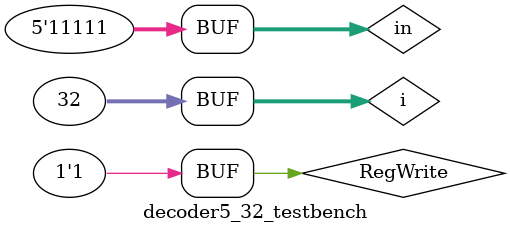
<source format=sv>
`timescale 1ns/10ps
module decoder5_32(out, in, RegWrite);
	output logic [31:0] out;
	input logic [4:0] in;
	logic [3:0] outIntermediate;
	logic [7:0] out31_24, out23_16, out15_8, out7_0;
	input logic RegWrite;
	
	// 2:4 decoder for in[4:3]
	decoder2_4 dec2_4init (.outIntermediate(outIntermediate), .A(in[4]), .B(in[3]));
	
	// initialize 4 3:8 decoders
	decoder3_8 dec3_8init31_24 (.out(out31_24), .C(in[2]), .D(in[1]), .E(in[0]), .enable(outIntermediate[3]));
	decoder3_8 dec3_8init23_16 (.out(out23_16), .C(in[2]), .D(in[1]), .E(in[0]), .enable(outIntermediate[2]));
	decoder3_8 dec3_8init15_8 (.out(out15_8), .C(in[2]), .D(in[1]), .E(in[0]), .enable(outIntermediate[1]));
	decoder3_8 dec3_8init7_0 (.out(out7_0), .C(in[2]), .D(in[1]), .E(in[0]), .enable(outIntermediate[0]));
	
	

	genvar i;
	generate
		for(i = 0; i < 8; i++) begin : gudshit
			and AND1 (out[i+24], out31_24[i], out31_24[i], RegWrite);
			and AND2 (out[i+16], out23_16[i], out23_16[i], RegWrite);
			and AND3 (out[i+8], out15_8[i], out15_8[i], RegWrite);
			and AND4 (out[i+0], out7_0[i], out7_0[i], RegWrite);
		end
	endgenerate

	
		
	
endmodule
//
module decoder5_32_testbench();
	logic [31:0] out;
	logic [4:0] in;
	logic [3:0] outIntermediate;
	logic [7:0] out31_24, out23_16, out15_8, out7_0;
	logic RegWrite;

	decoder5_32 dut (.out(out), .in(in), .RegWrite(RegWrite));
	
	integer i;
	initial begin
		RegWrite = 0;
		for(i = 0; i < 32; i++) begin
			in = i; #100;
		end
		
		RegWrite = 1;
//		integer j;
		for(i = 0; i < 32; i++) begin
			in = i; #100;
		end
	end
//endmodule
	
//	initial begin
//		RegWrite = 0;
//		integer j;
//		for(j = 0; j < 32; j++) begin
//			in = j; #100;
//		end
//	end
endmodule

						
	
	
	
</source>
